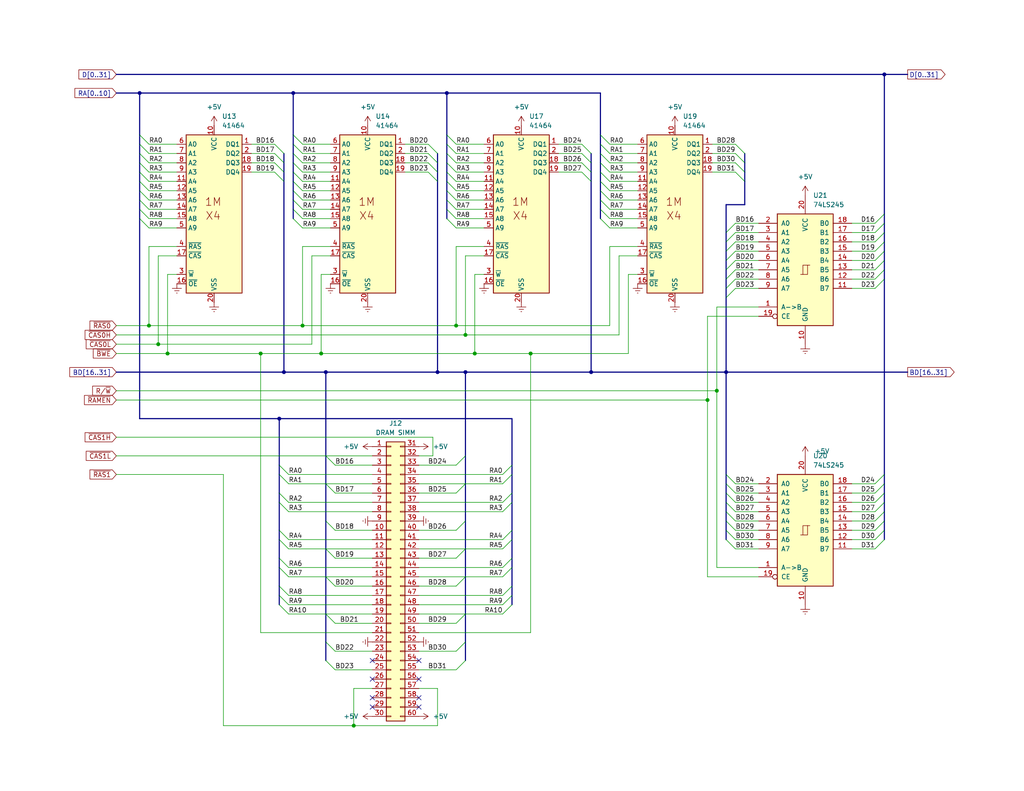
<source format=kicad_sch>
(kicad_sch (version 20250114) (generator "eeschema") (generator_version "9.0")
  (paper "USLetter")
  (title_block (title "Macintosh Classic II") (date "2025-05-25") (company "Apple Computer") (comment 1 "drawn by Bradley Bell"))
  (lib_symbols
    (symbol "74xx:74LS245" (pin_names (offset 1.016))
      (property "Reference" "U" (at -7.62 16.51 0))
      (property "Value" "74LS245" (at -7.62 -16.51 0))
      (symbol "74LS245_1_0"
        (pin tri_state line (at -12.7 12.7 0) (length 5.08) (name "A0") (number "2"))
        (pin tri_state line (at -12.7 10.16 0) (length 5.08) (name "A1") (number "3"))
        (pin tri_state line (at -12.7 7.62 0) (length 5.08) (name "A2") (number "4"))
        (pin tri_state line (at -12.7 5.08 0) (length 5.08) (name "A3") (number "5"))
        (pin tri_state line (at -12.7 2.54 0) (length 5.08) (name "A4") (number "6"))
        (pin tri_state line (at -12.7 0 0) (length 5.08) (name "A5") (number "7"))
        (pin tri_state line (at -12.7 -2.54 0) (length 5.08) (name "A6") (number "8"))
        (pin tri_state line (at -12.7 -5.08 0) (length 5.08) (name "A7") (number "9"))
        (pin input line (at -12.7 -10.16 0) (length 5.08) (name "A->B") (number "1"))
        (pin input inverted (at -12.7 -12.7 0) (length 5.08) (name "CE") (number "19"))
        (pin power_in line (at 0 20.32 270) (length 5.08) (name "VCC") (number "20"))
        (pin power_in line (at 0 -20.32 90) (length 5.08) (name "GND") (number "10"))
        (pin tri_state line (at 12.7 12.7 180) (length 5.08) (name "B0") (number "18"))
        (pin tri_state line (at 12.7 10.16 180) (length 5.08) (name "B1") (number "17"))
        (pin tri_state line (at 12.7 7.62 180) (length 5.08) (name "B2") (number "16"))
        (pin tri_state line (at 12.7 5.08 180) (length 5.08) (name "B3") (number "15"))
        (pin tri_state line (at 12.7 2.54 180) (length 5.08) (name "B4") (number "14"))
        (pin tri_state line (at 12.7 0 180) (length 5.08) (name "B5") (number "13"))
        (pin tri_state line (at 12.7 -2.54 180) (length 5.08) (name "B6") (number "12"))
        (pin tri_state line (at 12.7 -5.08 180) (length 5.08) (name "B7") (number "11"))
      )
    )
    (symbol "Connector_Generic:Conn_02x30_Top_Bottom" (pin_names (offset 1.016) (hide yes))
      (property "Reference" "J" (at 1.27 38.1 0))
      (property "Value" "Conn_02x30_Top_Bottom" (at 1.27 -40.64 0))
      (symbol "Conn_02x30_Top_Bottom_1_1"
        (pin passive line (at -5.08 35.56 0) (length 3.81) (name "Pin_1") (number "1"))
        (pin passive line (at -5.08 33.02 0) (length 3.81) (name "Pin_2") (number "2"))
        (pin passive line (at -5.08 30.48 0) (length 3.81) (name "Pin_3") (number "3"))
        (pin passive line (at -5.08 27.94 0) (length 3.81) (name "Pin_4") (number "4"))
        (pin passive line (at -5.08 25.4 0) (length 3.81) (name "Pin_5") (number "5"))
        (pin passive line (at -5.08 22.86 0) (length 3.81) (name "Pin_6") (number "6"))
        (pin passive line (at -5.08 20.32 0) (length 3.81) (name "Pin_7") (number "7"))
        (pin passive line (at -5.08 17.78 0) (length 3.81) (name "Pin_8") (number "8"))
        (pin passive line (at -5.08 15.24 0) (length 3.81) (name "Pin_9") (number "9"))
        (pin passive line (at -5.08 12.7 0) (length 3.81) (name "Pin_10") (number "10"))
        (pin passive line (at -5.08 10.16 0) (length 3.81) (name "Pin_11") (number "11"))
        (pin passive line (at -5.08 7.62 0) (length 3.81) (name "Pin_12") (number "12"))
        (pin passive line (at -5.08 5.08 0) (length 3.81) (name "Pin_13") (number "13"))
        (pin passive line (at -5.08 2.54 0) (length 3.81) (name "Pin_14") (number "14"))
        (pin passive line (at -5.08 0 0) (length 3.81) (name "Pin_15") (number "15"))
        (pin passive line (at -5.08 -2.54 0) (length 3.81) (name "Pin_16") (number "16"))
        (pin passive line (at -5.08 -5.08 0) (length 3.81) (name "Pin_17") (number "17"))
        (pin passive line (at -5.08 -7.62 0) (length 3.81) (name "Pin_18") (number "18"))
        (pin passive line (at -5.08 -10.16 0) (length 3.81) (name "Pin_19") (number "19"))
        (pin passive line (at -5.08 -12.7 0) (length 3.81) (name "Pin_20") (number "20"))
        (pin passive line (at -5.08 -15.24 0) (length 3.81) (name "Pin_21") (number "21"))
        (pin passive line (at -5.08 -17.78 0) (length 3.81) (name "Pin_22") (number "22"))
        (pin passive line (at -5.08 -20.32 0) (length 3.81) (name "Pin_23") (number "23"))
        (pin passive line (at -5.08 -22.86 0) (length 3.81) (name "Pin_24") (number "24"))
        (pin passive line (at -5.08 -25.4 0) (length 3.81) (name "Pin_25") (number "25"))
        (pin passive line (at -5.08 -27.94 0) (length 3.81) (name "Pin_26") (number "26"))
        (pin passive line (at -5.08 -30.48 0) (length 3.81) (name "Pin_27") (number "27"))
        (pin passive line (at -5.08 -33.02 0) (length 3.81) (name "Pin_28") (number "28"))
        (pin passive line (at -5.08 -35.56 0) (length 3.81) (name "Pin_29") (number "29"))
        (pin passive line (at -5.08 -38.1 0) (length 3.81) (name "Pin_30") (number "30"))
        (pin passive line (at 7.62 35.56 180) (length 3.81) (name "Pin_31") (number "31"))
        (pin passive line (at 7.62 33.02 180) (length 3.81) (name "Pin_32") (number "32"))
        (pin passive line (at 7.62 30.48 180) (length 3.81) (name "Pin_33") (number "33"))
        (pin passive line (at 7.62 27.94 180) (length 3.81) (name "Pin_34") (number "34"))
        (pin passive line (at 7.62 25.4 180) (length 3.81) (name "Pin_35") (number "35"))
        (pin passive line (at 7.62 22.86 180) (length 3.81) (name "Pin_36") (number "36"))
        (pin passive line (at 7.62 20.32 180) (length 3.81) (name "Pin_37") (number "37"))
        (pin passive line (at 7.62 17.78 180) (length 3.81) (name "Pin_38") (number "38"))
        (pin passive line (at 7.62 15.24 180) (length 3.81) (name "Pin_39") (number "39"))
        (pin passive line (at 7.62 12.7 180) (length 3.81) (name "Pin_40") (number "40"))
        (pin passive line (at 7.62 10.16 180) (length 3.81) (name "Pin_41") (number "41"))
        (pin passive line (at 7.62 7.62 180) (length 3.81) (name "Pin_42") (number "42"))
        (pin passive line (at 7.62 5.08 180) (length 3.81) (name "Pin_43") (number "43"))
        (pin passive line (at 7.62 2.54 180) (length 3.81) (name "Pin_44") (number "44"))
        (pin passive line (at 7.62 0 180) (length 3.81) (name "Pin_45") (number "45"))
        (pin passive line (at 7.62 -2.54 180) (length 3.81) (name "Pin_46") (number "46"))
        (pin passive line (at 7.62 -5.08 180) (length 3.81) (name "Pin_47") (number "47"))
        (pin passive line (at 7.62 -7.62 180) (length 3.81) (name "Pin_48") (number "48"))
        (pin passive line (at 7.62 -10.16 180) (length 3.81) (name "Pin_49") (number "49"))
        (pin passive line (at 7.62 -12.7 180) (length 3.81) (name "Pin_50") (number "50"))
        (pin passive line (at 7.62 -15.24 180) (length 3.81) (name "Pin_51") (number "51"))
        (pin passive line (at 7.62 -17.78 180) (length 3.81) (name "Pin_52") (number "52"))
        (pin passive line (at 7.62 -20.32 180) (length 3.81) (name "Pin_53") (number "53"))
        (pin passive line (at 7.62 -22.86 180) (length 3.81) (name "Pin_54") (number "54"))
        (pin passive line (at 7.62 -25.4 180) (length 3.81) (name "Pin_55") (number "55"))
        (pin passive line (at 7.62 -27.94 180) (length 3.81) (name "Pin_56") (number "56"))
        (pin passive line (at 7.62 -30.48 180) (length 3.81) (name "Pin_57") (number "57"))
        (pin passive line (at 7.62 -33.02 180) (length 3.81) (name "Pin_58") (number "58"))
        (pin passive line (at 7.62 -35.56 180) (length 3.81) (name "Pin_59") (number "59"))
        (pin passive line (at 7.62 -38.1 180) (length 3.81) (name "Pin_60") (number "60"))
      )
    )
    (symbol "MyRam:441000"
      (property "Reference" "U?" (at 1.27 26.924 0))
      (property "Value" "41464" (at 1.27 24.384 0))
      (symbol "441000_1_0"
        (pin input line (at -10.16 -7.62 0) (length 2.54) (name "~{RAS}") (number "4"))
        (pin input line (at -10.16 -10.16 0) (length 2.54) (name "~{CAS}") (number "17"))
      )
      (symbol "441000_1_1"
        (text "1M" (at -0.254 5.842 0) (effects (font (size 2.1336 2.1336)) (justify top)))
        (text "X4" (at -0.254 2.032 0) (effects (font (size 2.1336 2.1336)) (justify top)))
        (pin input line (at -10.16 20.32 0) (length 2.54) (name "A0") (number "6"))
        (pin input line (at -10.16 17.78 0) (length 2.54) (name "A1") (number "7"))
        (pin input line (at -10.16 15.24 0) (length 2.54) (name "A2") (number "8"))
        (pin input line (at -10.16 12.7 0) (length 2.54) (name "A3") (number "9"))
        (pin input line (at -10.16 10.16 0) (length 2.54) (name "A4") (number "11"))
        (pin input line (at -10.16 7.62 0) (length 2.54) (name "A5") (number "12"))
        (pin input line (at -10.16 5.08 0) (length 2.54) (name "A6") (number "13"))
        (pin input line (at -10.16 2.54 0) (length 2.54) (name "A7") (number "14"))
        (pin input line (at -10.16 0 0) (length 2.54) (name "A8") (number "15"))
        (pin input line (at -10.16 -2.54 0) (length 2.54) (name "A9") (number "5"))
        (pin input line (at -10.16 -15.24 0) (length 2.54) (name "~{W}") (number "3"))
        (pin input line (at -10.16 -17.78 0) (length 2.54) (name "~{OE}") (number "16"))
        (pin power_in line (at 0 25.4 270) (length 2.54) (name "VCC") (number "10"))
        (pin power_in line (at 0 -22.86 90) (length 2.54) (name "VSS") (number "20"))
        (pin bidirectional line (at 10.16 20.32 180) (length 2.54) (name "DQ1") (number "1"))
        (pin bidirectional line (at 10.16 17.78 180) (length 2.54) (name "DQ2") (number "2"))
        (pin bidirectional line (at 10.16 15.24 180) (length 2.54) (name "DQ3") (number "18"))
        (pin bidirectional line (at 10.16 12.7 180) (length 2.54) (name "DQ4") (number "19"))
      )
    )
    (symbol "power:+5V" (power) (pin_numbers (hide yes)) (pin_names (offset 0) (hide yes))
      (property "Value" "+5V" (at 0 3.556 0))
      (symbol "+5V_1_1"
        (pin power_in line (at 0 0 90) (length 0) (name "~") (number "1"))
      )
    )
    (symbol "power:GNDREF" (power) (pin_numbers (hide yes)) (pin_names (offset 0) (hide yes))
      (property "Value" "GNDREF" (at 0 -3.81 0))
      (symbol "GNDREF_1_1"
        (pin power_in line (at 0 0 270) (length 0) (name "~") (number "1"))
      )
    )
  )
  (junction (at 43.18 93.98))
  (junction (at 241.3 20.32))
  (junction (at 96.52 198.12))
  (junction (at 38.1 25.4))
  (junction (at 127 91.44))
  (junction (at 198.12 101.6))
  (junction (at 161.29 101.6))
  (junction (at 88.9 101.6))
  (junction (at 82.55 88.9))
  (junction (at 71.12 96.52))
  (junction (at 76.2 114.3))
  (junction (at 119.38 101.6))
  (junction (at 45.72 96.52))
  (junction (at 144.78 96.52))
  (junction (at 80.01 25.4))
  (junction (at 195.58 106.68))
  (junction (at 129.54 96.52))
  (junction (at 87.63 96.52))
  (junction (at 127 101.6))
  (junction (at 124.46 88.9))
  (junction (at 193.04 109.22))
  (junction (at 121.92 25.4))
  (junction (at 77.47 101.6))
  (junction (at 40.64 88.9))
  (no_connect (at 101.6 180.34))
  (no_connect (at 101.6 185.42))
  (no_connect (at 114.3 190.5))
  (no_connect (at 114.3 193.04))
  (no_connect (at 114.3 180.34))
  (no_connect (at 101.6 193.04))
  (no_connect (at 114.3 185.42))
  (no_connect (at 101.6 190.5))
  (bus_entry (at 76.2 147.32) (size 2.54 2.54))
  (bus_entry (at 137.16 149.86) (size 2.54 -2.54))
  (bus_entry (at 74.93 46.99) (size 2.54 2.54))
  (bus_entry (at 163.83 39.37) (size 2.54 2.54))
  (bus_entry (at 200.66 71.12) (size -2.54 2.54))
  (bus_entry (at 238.76 142.24) (size 2.54 -2.54))
  (bus_entry (at 80.01 57.15) (size 2.54 2.54))
  (bus_entry (at 200.66 46.99) (size 2.54 2.54))
  (bus_entry (at 80.01 54.61) (size 2.54 2.54))
  (bus_entry (at 137.16 157.48) (size 2.54 -2.54))
  (bus_entry (at 200.66 134.62) (size -2.54 -2.54))
  (bus_entry (at 80.01 39.37) (size 2.54 2.54))
  (bus_entry (at 38.1 59.69) (size 2.54 2.54))
  (bus_entry (at 124.46 170.18) (size 2.54 -2.54))
  (bus_entry (at 137.16 147.32) (size 2.54 -2.54))
  (bus_entry (at 121.92 54.61) (size 2.54 2.54))
  (bus_entry (at 124.46 177.8) (size 2.54 -2.54))
  (bus_entry (at 137.16 165.1) (size 2.54 -2.54))
  (bus_entry (at 116.84 41.91) (size 2.54 2.54))
  (bus_entry (at 238.76 60.96) (size 2.54 -2.54))
  (bus_entry (at 38.1 44.45) (size 2.54 2.54))
  (bus_entry (at 76.2 152.4) (size 2.54 2.54))
  (bus_entry (at 200.66 73.66) (size -2.54 2.54))
  (bus_entry (at 88.9 149.86) (size 2.54 2.54))
  (bus_entry (at 137.16 162.56) (size 2.54 -2.54))
  (bus_entry (at 238.76 76.2) (size 2.54 -2.54))
  (bus_entry (at 238.76 66.04) (size 2.54 -2.54))
  (bus_entry (at 163.83 41.91) (size 2.54 2.54))
  (bus_entry (at 238.76 137.16) (size 2.54 -2.54))
  (bus_entry (at 121.92 57.15) (size 2.54 2.54))
  (bus_entry (at 76.2 134.62) (size 2.54 2.54))
  (bus_entry (at 238.76 73.66) (size 2.54 -2.54))
  (bus_entry (at 38.1 52.07) (size 2.54 2.54))
  (bus_entry (at 121.92 49.53) (size 2.54 2.54))
  (bus_entry (at 38.1 49.53) (size 2.54 2.54))
  (bus_entry (at 121.92 41.91) (size 2.54 2.54))
  (bus_entry (at 163.83 36.83) (size 2.54 2.54))
  (bus_entry (at 163.83 46.99) (size 2.54 2.54))
  (bus_entry (at 124.46 134.62) (size 2.54 -2.54))
  (bus_entry (at 163.83 49.53) (size 2.54 2.54))
  (bus_entry (at 238.76 68.58) (size 2.54 -2.54))
  (bus_entry (at 38.1 46.99) (size 2.54 2.54))
  (bus_entry (at 200.66 139.7) (size -2.54 -2.54))
  (bus_entry (at 38.1 54.61) (size 2.54 2.54))
  (bus_entry (at 80.01 46.99) (size 2.54 2.54))
  (bus_entry (at 74.93 39.37) (size 2.54 2.54))
  (bus_entry (at 124.46 182.88) (size 2.54 -2.54))
  (bus_entry (at 137.16 154.94) (size 2.54 -2.54))
  (bus_entry (at 116.84 39.37) (size 2.54 2.54))
  (bus_entry (at 88.9 124.46) (size 2.54 2.54))
  (bus_entry (at 80.01 36.83) (size 2.54 2.54))
  (bus_entry (at 158.75 41.91) (size 2.54 2.54))
  (bus_entry (at 121.92 59.69) (size 2.54 2.54))
  (bus_entry (at 137.16 167.64) (size 2.54 -2.54))
  (bus_entry (at 163.83 52.07) (size 2.54 2.54))
  (bus_entry (at 116.84 46.99) (size 2.54 2.54))
  (bus_entry (at 80.01 41.91) (size 2.54 2.54))
  (bus_entry (at 121.92 52.07) (size 2.54 2.54))
  (bus_entry (at 238.76 132.08) (size 2.54 -2.54))
  (bus_entry (at 80.01 59.69) (size 2.54 2.54))
  (bus_entry (at 200.66 142.24) (size -2.54 -2.54))
  (bus_entry (at 116.84 44.45) (size 2.54 2.54))
  (bus_entry (at 88.9 175.26) (size 2.54 2.54))
  (bus_entry (at 88.9 142.24) (size 2.54 2.54))
  (bus_entry (at 88.9 180.34) (size 2.54 2.54))
  (bus_entry (at 200.66 149.86) (size -2.54 -2.54))
  (bus_entry (at 200.66 41.91) (size 2.54 2.54))
  (bus_entry (at 200.66 137.16) (size -2.54 -2.54))
  (bus_entry (at 238.76 144.78) (size 2.54 -2.54))
  (bus_entry (at 200.66 39.37) (size 2.54 2.54))
  (bus_entry (at 163.83 54.61) (size 2.54 2.54))
  (bus_entry (at 238.76 78.74) (size 2.54 -2.54))
  (bus_entry (at 200.66 78.74) (size -2.54 2.54))
  (bus_entry (at 200.66 147.32) (size -2.54 -2.54))
  (bus_entry (at 76.2 165.1) (size 2.54 2.54))
  (bus_entry (at 238.76 139.7) (size 2.54 -2.54))
  (bus_entry (at 124.46 144.78) (size 2.54 -2.54))
  (bus_entry (at 163.83 59.69) (size 2.54 2.54))
  (bus_entry (at 124.46 160.02) (size 2.54 -2.54))
  (bus_entry (at 80.01 52.07) (size 2.54 2.54))
  (bus_entry (at 163.83 57.15) (size 2.54 2.54))
  (bus_entry (at 80.01 44.45) (size 2.54 2.54))
  (bus_entry (at 200.66 132.08) (size -2.54 -2.54))
  (bus_entry (at 74.93 41.91) (size 2.54 2.54))
  (bus_entry (at 121.92 46.99) (size 2.54 2.54))
  (bus_entry (at 238.76 71.12) (size 2.54 -2.54))
  (bus_entry (at 76.2 160.02) (size 2.54 2.54))
  (bus_entry (at 124.46 127) (size 2.54 -2.54))
  (bus_entry (at 200.66 44.45) (size 2.54 2.54))
  (bus_entry (at 238.76 63.5) (size 2.54 -2.54))
  (bus_entry (at 76.2 162.56) (size 2.54 2.54))
  (bus_entry (at 121.92 36.83) (size 2.54 2.54))
  (bus_entry (at 200.66 68.58) (size -2.54 2.54))
  (bus_entry (at 158.75 44.45) (size 2.54 2.54))
  (bus_entry (at 158.75 46.99) (size 2.54 2.54))
  (bus_entry (at 76.2 144.78) (size 2.54 2.54))
  (bus_entry (at 137.16 129.54) (size 2.54 -2.54))
  (bus_entry (at 76.2 129.54) (size 2.54 2.54))
  (bus_entry (at 158.75 39.37) (size 2.54 2.54))
  (bus_entry (at 38.1 36.83) (size 2.54 2.54))
  (bus_entry (at 163.83 44.45) (size 2.54 2.54))
  (bus_entry (at 238.76 149.86) (size 2.54 -2.54))
  (bus_entry (at 38.1 41.91) (size 2.54 2.54))
  (bus_entry (at 74.93 44.45) (size 2.54 2.54))
  (bus_entry (at 88.9 157.48) (size 2.54 2.54))
  (bus_entry (at 200.66 60.96) (size -2.54 2.54))
  (bus_entry (at 121.92 39.37) (size 2.54 2.54))
  (bus_entry (at 137.16 132.08) (size 2.54 -2.54))
  (bus_entry (at 124.46 152.4) (size 2.54 -2.54))
  (bus_entry (at 76.2 127) (size 2.54 2.54))
  (bus_entry (at 200.66 66.04) (size -2.54 2.54))
  (bus_entry (at 200.66 76.2) (size -2.54 2.54))
  (bus_entry (at 38.1 57.15) (size 2.54 2.54))
  (bus_entry (at 38.1 39.37) (size 2.54 2.54))
  (bus_entry (at 238.76 147.32) (size 2.54 -2.54))
  (bus_entry (at 88.9 167.64) (size 2.54 2.54))
  (bus_entry (at 137.16 137.16) (size 2.54 -2.54))
  (bus_entry (at 80.01 49.53) (size 2.54 2.54))
  (bus_entry (at 200.66 63.5) (size -2.54 2.54))
  (bus_entry (at 76.2 137.16) (size 2.54 2.54))
  (bus_entry (at 238.76 134.62) (size 2.54 -2.54))
  (bus_entry (at 88.9 132.08) (size 2.54 2.54))
  (bus_entry (at 121.92 44.45) (size 2.54 2.54))
  (bus_entry (at 76.2 154.94) (size 2.54 2.54))
  (bus_entry (at 200.66 144.78) (size -2.54 -2.54))
  (bus_entry (at 137.16 139.7) (size 2.54 -2.54))
  (wire (pts (xy 132.08 67.31) (xy 124.46 67.31)))
  (bus (pts (xy 198.12 101.6) (xy 198.12 129.54)))
  (wire (pts (xy 114.3 132.08) (xy 127 132.08)))
  (bus (pts (xy 38.1 57.15) (xy 38.1 54.61)))
  (bus (pts (xy 198.12 81.28) (xy 198.12 78.74)))
  (bus (pts (xy 38.1 25.4) (xy 80.01 25.4)))
  (wire (pts (xy 166.37 44.45) (xy 173.99 44.45)))
  (wire (pts (xy 91.44 177.8) (xy 101.6 177.8)))
  (wire (pts (xy 232.41 147.32) (xy 238.76 147.32)))
  (bus (pts (xy 198.12 134.62) (xy 198.12 137.16)))
  (bus (pts (xy 119.38 101.6) (xy 127 101.6)))
  (bus (pts (xy 127 180.34) (xy 127 175.26)))
  (wire (pts (xy 171.45 74.93) (xy 173.99 74.93)))
  (wire (pts (xy 137.16 149.86) (xy 127 149.86)))
  (bus (pts (xy 161.29 49.53) (xy 161.29 101.6)))
  (wire (pts (xy 74.93 41.91) (xy 68.58 41.91)))
  (wire (pts (xy 87.63 74.93) (xy 90.17 74.93)))
  (wire (pts (xy 207.01 83.82) (xy 195.58 83.82)))
  (bus (pts (xy 38.1 46.99) (xy 38.1 44.45)))
  (wire (pts (xy 232.41 76.2) (xy 238.76 76.2)))
  (bus (pts (xy 161.29 44.45) (xy 161.29 41.91)))
  (wire (pts (xy 40.64 39.37) (xy 48.26 39.37)))
  (wire (pts (xy 78.74 165.1) (xy 101.6 165.1)))
  (bus (pts (xy 31.75 20.32) (xy 241.3 20.32)))
  (bus (pts (xy 76.2 165.1) (xy 76.2 162.56)))
  (bus (pts (xy 198.12 132.08) (xy 198.12 134.62)))
  (bus (pts (xy 76.2 144.78) (xy 76.2 137.16)))
  (bus (pts (xy 77.47 101.6) (xy 88.9 101.6)))
  (bus (pts (xy 163.83 36.83) (xy 163.83 25.4)))
  (wire (pts (xy 168.91 91.44) (xy 127 91.44)))
  (wire (pts (xy 200.66 66.04) (xy 207.01 66.04)))
  (bus (pts (xy 139.7 137.16) (xy 139.7 144.78)))
  (wire (pts (xy 91.44 134.62) (xy 101.6 134.62)))
  (wire (pts (xy 74.93 44.45) (xy 68.58 44.45)))
  (wire (pts (xy 166.37 88.9) (xy 124.46 88.9)))
  (wire (pts (xy 78.74 162.56) (xy 101.6 162.56)))
  (wire (pts (xy 171.45 74.93) (xy 171.45 96.52)))
  (bus (pts (xy 198.12 76.2) (xy 198.12 73.66)))
  (wire (pts (xy 124.46 52.07) (xy 132.08 52.07)))
  (wire (pts (xy 200.66 142.24) (xy 207.01 142.24)))
  (wire (pts (xy 96.52 187.96) (xy 96.52 198.12)))
  (bus (pts (xy 163.83 49.53) (xy 163.83 46.99)))
  (bus (pts (xy 121.92 57.15) (xy 121.92 54.61)))
  (wire (pts (xy 200.66 144.78) (xy 207.01 144.78)))
  (bus (pts (xy 241.3 66.04) (xy 241.3 63.5)))
  (bus (pts (xy 139.7 152.4) (xy 139.7 154.94)))
  (wire (pts (xy 114.3 187.96) (xy 119.38 187.96)))
  (wire (pts (xy 166.37 46.99) (xy 173.99 46.99)))
  (wire (pts (xy 91.44 170.18) (xy 101.6 170.18)))
  (wire (pts (xy 137.16 157.48) (xy 127 157.48)))
  (wire (pts (xy 85.09 69.85) (xy 85.09 93.98)))
  (bus (pts (xy 241.3 142.24) (xy 241.3 139.7)))
  (wire (pts (xy 166.37 39.37) (xy 173.99 39.37)))
  (bus (pts (xy 88.9 157.48) (xy 88.9 167.64)))
  (wire (pts (xy 114.3 127) (xy 124.46 127)))
  (wire (pts (xy 78.74 167.64) (xy 88.9 167.64)))
  (bus (pts (xy 88.9 132.08) (xy 88.9 142.24)))
  (wire (pts (xy 88.9 167.64) (xy 101.6 167.64)))
  (bus (pts (xy 127 142.24) (xy 127 149.86)))
  (bus (pts (xy 241.3 63.5) (xy 241.3 60.96)))
  (wire (pts (xy 91.44 160.02) (xy 101.6 160.02)))
  (bus (pts (xy 198.12 66.04) (xy 198.12 68.58)))
  (wire (pts (xy 82.55 67.31) (xy 82.55 88.9)))
  (bus (pts (xy 139.7 114.3) (xy 139.7 127)))
  (wire (pts (xy 91.44 182.88) (xy 101.6 182.88)))
  (bus (pts (xy 88.9 101.6) (xy 119.38 101.6)))
  (wire (pts (xy 173.99 67.31) (xy 166.37 67.31)))
  (wire (pts (xy 166.37 67.31) (xy 166.37 88.9)))
  (bus (pts (xy 77.47 49.53) (xy 77.47 101.6)))
  (wire (pts (xy 82.55 44.45) (xy 90.17 44.45)))
  (wire (pts (xy 78.74 132.08) (xy 88.9 132.08)))
  (bus (pts (xy 198.12 55.88) (xy 198.12 63.5)))
  (bus (pts (xy 80.01 46.99) (xy 80.01 44.45)))
  (wire (pts (xy 114.3 177.8) (xy 124.46 177.8)))
  (bus (pts (xy 127 157.48) (xy 127 167.64)))
  (bus (pts (xy 88.9 149.86) (xy 88.9 157.48)))
  (bus (pts (xy 198.12 144.78) (xy 198.12 147.32)))
  (wire (pts (xy 124.46 39.37) (xy 132.08 39.37)))
  (wire (pts (xy 31.75 88.9) (xy 40.64 88.9)))
  (wire (pts (xy 200.66 149.86) (xy 207.01 149.86)))
  (bus (pts (xy 38.1 49.53) (xy 38.1 46.99)))
  (bus (pts (xy 76.2 134.62) (xy 76.2 129.54)))
  (bus (pts (xy 38.1 59.69) (xy 38.1 114.3)))
  (wire (pts (xy 78.74 149.86) (xy 88.9 149.86)))
  (bus (pts (xy 139.7 162.56) (xy 139.7 165.1)))
  (wire (pts (xy 40.64 88.9) (xy 82.55 88.9)))
  (bus (pts (xy 38.1 54.61) (xy 38.1 52.07)))
  (wire (pts (xy 31.75 93.98) (xy 43.18 93.98)))
  (bus (pts (xy 76.2 154.94) (xy 76.2 152.4)))
  (wire (pts (xy 114.3 152.4) (xy 124.46 152.4)))
  (wire (pts (xy 137.16 132.08) (xy 127 132.08)))
  (bus (pts (xy 241.3 137.16) (xy 241.3 134.62)))
  (wire (pts (xy 124.46 41.91) (xy 132.08 41.91)))
  (bus (pts (xy 198.12 78.74) (xy 198.12 76.2)))
  (bus (pts (xy 38.1 52.07) (xy 38.1 49.53)))
  (wire (pts (xy 40.64 57.15) (xy 48.26 57.15)))
  (wire (pts (xy 193.04 86.36) (xy 193.04 109.22)))
  (bus (pts (xy 139.7 134.62) (xy 139.7 137.16)))
  (wire (pts (xy 195.58 106.68) (xy 31.75 106.68)))
  (wire (pts (xy 114.3 144.78) (xy 124.46 144.78)))
  (wire (pts (xy 124.46 46.99) (xy 132.08 46.99)))
  (wire (pts (xy 114.3 160.02) (xy 124.46 160.02)))
  (bus (pts (xy 121.92 52.07) (xy 121.92 49.53)))
  (bus (pts (xy 163.83 52.07) (xy 163.83 49.53)))
  (wire (pts (xy 114.3 134.62) (xy 124.46 134.62)))
  (wire (pts (xy 232.41 78.74) (xy 238.76 78.74)))
  (wire (pts (xy 158.75 44.45) (xy 152.4 44.45)))
  (wire (pts (xy 232.41 68.58) (xy 238.76 68.58)))
  (bus (pts (xy 76.2 129.54) (xy 76.2 127)))
  (bus (pts (xy 38.1 41.91) (xy 38.1 39.37)))
  (wire (pts (xy 114.3 162.56) (xy 137.16 162.56)))
  (wire (pts (xy 158.75 46.99) (xy 152.4 46.99)))
  (bus (pts (xy 198.12 101.6) (xy 198.12 81.28)))
  (bus (pts (xy 127 167.64) (xy 127 175.26)))
  (wire (pts (xy 166.37 49.53) (xy 173.99 49.53)))
  (wire (pts (xy 200.66 68.58) (xy 207.01 68.58)))
  (wire (pts (xy 119.38 187.96) (xy 119.38 198.12)))
  (wire (pts (xy 127 69.85) (xy 132.08 69.85)))
  (wire (pts (xy 31.75 124.46) (xy 88.9 124.46)))
  (wire (pts (xy 207.01 154.94) (xy 195.58 154.94)))
  (wire (pts (xy 40.64 44.45) (xy 48.26 44.45)))
  (wire (pts (xy 82.55 88.9) (xy 124.46 88.9)))
  (wire (pts (xy 82.55 67.31) (xy 90.17 67.31)))
  (wire (pts (xy 207.01 157.48) (xy 193.04 157.48)))
  (wire (pts (xy 200.66 71.12) (xy 207.01 71.12)))
  (bus (pts (xy 241.3 139.7) (xy 241.3 137.16)))
  (wire (pts (xy 127 167.64) (xy 137.16 167.64)))
  (wire (pts (xy 158.75 39.37) (xy 152.4 39.37)))
  (bus (pts (xy 139.7 129.54) (xy 139.7 134.62)))
  (bus (pts (xy 198.12 137.16) (xy 198.12 139.7)))
  (wire (pts (xy 118.11 119.38) (xy 118.11 124.46)))
  (bus (pts (xy 88.9 101.6) (xy 88.9 124.46)))
  (wire (pts (xy 116.84 41.91) (xy 110.49 41.91)))
  (bus (pts (xy 80.01 57.15) (xy 80.01 54.61)))
  (wire (pts (xy 200.66 63.5) (xy 207.01 63.5)))
  (bus (pts (xy 198.12 73.66) (xy 198.12 71.12)))
  (bus (pts (xy 76.2 137.16) (xy 76.2 134.62)))
  (wire (pts (xy 158.75 41.91) (xy 152.4 41.91)))
  (wire (pts (xy 87.63 74.93) (xy 87.63 96.52)))
  (wire (pts (xy 45.72 74.93) (xy 45.72 96.52)))
  (wire (pts (xy 200.66 73.66) (xy 207.01 73.66)))
  (wire (pts (xy 114.3 165.1) (xy 137.16 165.1)))
  (bus (pts (xy 127 149.86) (xy 127 157.48)))
  (bus (pts (xy 80.01 52.07) (xy 80.01 49.53)))
  (bus (pts (xy 31.75 101.6) (xy 77.47 101.6)))
  (bus (pts (xy 241.3 132.08) (xy 241.3 129.54)))
  (bus (pts (xy 80.01 49.53) (xy 80.01 46.99)))
  (wire (pts (xy 78.74 154.94) (xy 101.6 154.94)))
  (bus (pts (xy 203.2 55.88) (xy 203.2 49.53)))
  (wire (pts (xy 200.66 41.91) (xy 194.31 41.91)))
  (bus (pts (xy 77.47 49.53) (xy 77.47 46.99)))
  (wire (pts (xy 124.46 67.31) (xy 124.46 88.9)))
  (bus (pts (xy 88.9 142.24) (xy 88.9 149.86)))
  (wire (pts (xy 71.12 96.52) (xy 71.12 172.72)))
  (wire (pts (xy 166.37 52.07) (xy 173.99 52.07)))
  (wire (pts (xy 114.3 170.18) (xy 124.46 170.18)))
  (wire (pts (xy 85.09 69.85) (xy 90.17 69.85)))
  (wire (pts (xy 232.41 137.16) (xy 238.76 137.16)))
  (wire (pts (xy 195.58 106.68) (xy 195.58 154.94)))
  (wire (pts (xy 144.78 96.52) (xy 144.78 172.72)))
  (wire (pts (xy 232.41 139.7) (xy 238.76 139.7)))
  (wire (pts (xy 232.41 132.08) (xy 238.76 132.08)))
  (wire (pts (xy 40.64 52.07) (xy 48.26 52.07)))
  (wire (pts (xy 40.64 54.61) (xy 48.26 54.61)))
  (wire (pts (xy 43.18 69.85) (xy 48.26 69.85)))
  (wire (pts (xy 232.41 144.78) (xy 238.76 144.78)))
  (wire (pts (xy 166.37 62.23) (xy 173.99 62.23)))
  (wire (pts (xy 200.66 60.96) (xy 207.01 60.96)))
  (bus (pts (xy 163.83 57.15) (xy 163.83 54.61)))
  (wire (pts (xy 118.11 124.46) (xy 114.3 124.46)))
  (wire (pts (xy 45.72 96.52) (xy 71.12 96.52)))
  (wire (pts (xy 31.75 129.54) (xy 60.96 129.54)))
  (wire (pts (xy 78.74 157.48) (xy 88.9 157.48)))
  (wire (pts (xy 200.66 147.32) (xy 207.01 147.32)))
  (bus (pts (xy 121.92 41.91) (xy 121.92 39.37)))
  (bus (pts (xy 38.1 39.37) (xy 38.1 36.83)))
  (bus (pts (xy 121.92 46.99) (xy 121.92 44.45)))
  (wire (pts (xy 82.55 54.61) (xy 90.17 54.61)))
  (bus (pts (xy 241.3 60.96) (xy 241.3 58.42)))
  (bus (pts (xy 241.3 68.58) (xy 241.3 66.04)))
  (bus (pts (xy 80.01 44.45) (xy 80.01 41.91)))
  (wire (pts (xy 166.37 41.91) (xy 173.99 41.91)))
  (bus (pts (xy 38.1 25.4) (xy 31.75 25.4)))
  (wire (pts (xy 31.75 96.52) (xy 45.72 96.52)))
  (wire (pts (xy 200.66 139.7) (xy 207.01 139.7)))
  (wire (pts (xy 200.66 134.62) (xy 207.01 134.62)))
  (bus (pts (xy 139.7 127) (xy 139.7 129.54)))
  (bus (pts (xy 203.2 44.45) (xy 203.2 46.99)))
  (wire (pts (xy 31.75 119.38) (xy 118.11 119.38)))
  (bus (pts (xy 127 132.08) (xy 127 142.24)))
  (wire (pts (xy 96.52 187.96) (xy 101.6 187.96)))
  (wire (pts (xy 114.3 147.32) (xy 137.16 147.32)))
  (bus (pts (xy 198.12 139.7) (xy 198.12 142.24)))
  (wire (pts (xy 31.75 109.22) (xy 193.04 109.22)))
  (bus (pts (xy 80.01 54.61) (xy 80.01 52.07)))
  (wire (pts (xy 129.54 74.93) (xy 129.54 96.52)))
  (bus (pts (xy 38.1 36.83) (xy 38.1 25.4)))
  (bus (pts (xy 139.7 147.32) (xy 139.7 152.4)))
  (wire (pts (xy 200.66 46.99) (xy 194.31 46.99)))
  (wire (pts (xy 114.3 167.64) (xy 127 167.64)))
  (bus (pts (xy 121.92 59.69) (xy 121.92 57.15)))
  (bus (pts (xy 80.01 41.91) (xy 80.01 39.37)))
  (wire (pts (xy 78.74 147.32) (xy 101.6 147.32)))
  (wire (pts (xy 82.55 39.37) (xy 90.17 39.37)))
  (bus (pts (xy 198.12 142.24) (xy 198.12 144.78)))
  (wire (pts (xy 200.66 78.74) (xy 207.01 78.74)))
  (bus (pts (xy 121.92 25.4) (xy 163.83 25.4)))
  (wire (pts (xy 40.64 41.91) (xy 48.26 41.91)))
  (bus (pts (xy 88.9 167.64) (xy 88.9 175.26)))
  (bus (pts (xy 119.38 46.99) (xy 119.38 44.45)))
  (bus (pts (xy 241.3 134.62) (xy 241.3 132.08)))
  (wire (pts (xy 124.46 44.45) (xy 132.08 44.45)))
  (bus (pts (xy 119.38 49.53) (xy 119.38 101.6)))
  (wire (pts (xy 40.64 67.31) (xy 40.64 88.9)))
  (bus (pts (xy 119.38 44.45) (xy 119.38 41.91)))
  (wire (pts (xy 82.55 41.91) (xy 90.17 41.91)))
  (bus (pts (xy 241.3 20.32) (xy 241.3 58.42)))
  (bus (pts (xy 76.2 162.56) (xy 76.2 160.02)))
  (wire (pts (xy 40.64 46.99) (xy 48.26 46.99)))
  (wire (pts (xy 124.46 49.53) (xy 132.08 49.53)))
  (wire (pts (xy 82.55 57.15) (xy 90.17 57.15)))
  (wire (pts (xy 144.78 96.52) (xy 129.54 96.52)))
  (wire (pts (xy 91.44 127) (xy 101.6 127)))
  (bus (pts (xy 163.83 41.91) (xy 163.83 39.37)))
  (bus (pts (xy 121.92 36.83) (xy 121.92 25.4)))
  (wire (pts (xy 200.66 132.08) (xy 207.01 132.08)))
  (wire (pts (xy 114.3 157.48) (xy 127 157.48)))
  (bus (pts (xy 241.3 71.12) (xy 241.3 68.58)))
  (bus (pts (xy 119.38 49.53) (xy 119.38 46.99)))
  (wire (pts (xy 124.46 59.69) (xy 132.08 59.69)))
  (wire (pts (xy 116.84 39.37) (xy 110.49 39.37)))
  (bus (pts (xy 121.92 54.61) (xy 121.92 52.07)))
  (bus (pts (xy 139.7 144.78) (xy 139.7 147.32)))
  (wire (pts (xy 43.18 93.98) (xy 43.18 69.85)))
  (wire (pts (xy 168.91 69.85) (xy 168.91 91.44)))
  (bus (pts (xy 198.12 55.88) (xy 203.2 55.88)))
  (wire (pts (xy 166.37 57.15) (xy 173.99 57.15)))
  (wire (pts (xy 78.74 139.7) (xy 101.6 139.7)))
  (wire (pts (xy 124.46 54.61) (xy 132.08 54.61)))
  (wire (pts (xy 232.41 73.66) (xy 238.76 73.66)))
  (wire (pts (xy 193.04 86.36) (xy 207.01 86.36)))
  (bus (pts (xy 198.12 129.54) (xy 198.12 132.08)))
  (bus (pts (xy 198.12 66.04) (xy 198.12 63.5)))
  (wire (pts (xy 129.54 74.93) (xy 132.08 74.93)))
  (wire (pts (xy 144.78 96.52) (xy 171.45 96.52)))
  (wire (pts (xy 232.41 63.5) (xy 238.76 63.5)))
  (bus (pts (xy 76.2 127) (xy 76.2 114.3)))
  (bus (pts (xy 161.29 49.53) (xy 161.29 46.99)))
  (wire (pts (xy 127 69.85) (xy 127 91.44)))
  (wire (pts (xy 88.9 124.46) (xy 101.6 124.46)))
  (bus (pts (xy 77.47 46.99) (xy 77.47 44.45)))
  (wire (pts (xy 82.55 59.69) (xy 90.17 59.69)))
  (wire (pts (xy 114.3 129.54) (xy 137.16 129.54)))
  (bus (pts (xy 121.92 49.53) (xy 121.92 46.99)))
  (wire (pts (xy 82.55 52.07) (xy 90.17 52.07)))
  (bus (pts (xy 80.01 59.69) (xy 80.01 57.15)))
  (bus (pts (xy 76.2 160.02) (xy 76.2 154.94)))
  (wire (pts (xy 200.66 76.2) (xy 207.01 76.2)))
  (bus (pts (xy 88.9 124.46) (xy 88.9 132.08)))
  (bus (pts (xy 163.83 59.69) (xy 163.83 57.15)))
  (wire (pts (xy 60.96 129.54) (xy 60.96 198.12)))
  (bus (pts (xy 88.9 180.34) (xy 88.9 175.26)))
  (wire (pts (xy 124.46 57.15) (xy 132.08 57.15)))
  (bus (pts (xy 203.2 44.45) (xy 203.2 41.91)))
  (wire (pts (xy 114.3 182.88) (xy 124.46 182.88)))
  (wire (pts (xy 116.84 46.99) (xy 110.49 46.99)))
  (wire (pts (xy 91.44 152.4) (xy 101.6 152.4)))
  (bus (pts (xy 139.7 160.02) (xy 139.7 162.56)))
  (wire (pts (xy 71.12 172.72) (xy 101.6 172.72)))
  (wire (pts (xy 82.55 49.53) (xy 90.17 49.53)))
  (bus (pts (xy 241.3 144.78) (xy 241.3 142.24)))
  (bus (pts (xy 127 124.46) (xy 127 132.08)))
  (wire (pts (xy 74.93 46.99) (xy 68.58 46.99)))
  (bus (pts (xy 76.2 147.32) (xy 76.2 144.78)))
  (bus (pts (xy 38.1 44.45) (xy 38.1 41.91)))
  (wire (pts (xy 71.12 96.52) (xy 87.63 96.52)))
  (bus (pts (xy 241.3 20.32) (xy 247.65 20.32)))
  (wire (pts (xy 88.9 132.08) (xy 101.6 132.08)))
  (bus (pts (xy 241.3 76.2) (xy 241.3 73.66)))
  (wire (pts (xy 232.41 142.24) (xy 238.76 142.24)))
  (wire (pts (xy 91.44 144.78) (xy 101.6 144.78)))
  (wire (pts (xy 31.75 91.44) (xy 127 91.44)))
  (bus (pts (xy 121.92 44.45) (xy 121.92 41.91)))
  (wire (pts (xy 200.66 137.16) (xy 207.01 137.16)))
  (wire (pts (xy 40.64 49.53) (xy 48.26 49.53)))
  (wire (pts (xy 114.3 139.7) (xy 137.16 139.7)))
  (wire (pts (xy 85.09 93.98) (xy 43.18 93.98)))
  (bus (pts (xy 38.1 114.3) (xy 76.2 114.3)))
  (wire (pts (xy 168.91 69.85) (xy 173.99 69.85)))
  (wire (pts (xy 124.46 62.23) (xy 132.08 62.23)))
  (wire (pts (xy 114.3 172.72) (xy 144.78 172.72)))
  (bus (pts (xy 161.29 101.6) (xy 198.12 101.6)))
  (bus (pts (xy 80.01 25.4) (xy 121.92 25.4)))
  (bus (pts (xy 139.7 154.94) (xy 139.7 160.02)))
  (wire (pts (xy 78.74 129.54) (xy 101.6 129.54)))
  (wire (pts (xy 166.37 54.61) (xy 173.99 54.61)))
  (bus (pts (xy 198.12 68.58) (xy 198.12 71.12)))
  (bus (pts (xy 247.65 101.6) (xy 198.12 101.6)))
  (bus (pts (xy 203.2 46.99) (xy 203.2 49.53)))
  (bus (pts (xy 38.1 59.69) (xy 38.1 57.15)))
  (wire (pts (xy 193.04 109.22) (xy 193.04 157.48)))
  (wire (pts (xy 232.41 134.62) (xy 238.76 134.62)))
  (wire (pts (xy 60.96 198.12) (xy 96.52 198.12)))
  (wire (pts (xy 200.66 44.45) (xy 194.31 44.45)))
  (wire (pts (xy 232.41 149.86) (xy 238.76 149.86)))
  (bus (pts (xy 127 101.6) (xy 127 124.46)))
  (bus (pts (xy 163.83 54.61) (xy 163.83 52.07)))
  (wire (pts (xy 166.37 59.69) (xy 173.99 59.69)))
  (bus (pts (xy 241.3 129.54) (xy 241.3 76.2)))
  (bus (pts (xy 163.83 39.37) (xy 163.83 36.83)))
  (bus (pts (xy 77.47 44.45) (xy 77.47 41.91)))
  (wire (pts (xy 232.41 66.04) (xy 238.76 66.04)))
  (wire (pts (xy 88.9 157.48) (xy 101.6 157.48)))
  (wire (pts (xy 88.9 149.86) (xy 101.6 149.86)))
  (bus (pts (xy 76.2 152.4) (xy 76.2 147.32)))
  (wire (pts (xy 40.64 67.31) (xy 48.26 67.31)))
  (wire (pts (xy 232.41 60.96) (xy 238.76 60.96)))
  (bus (pts (xy 241.3 73.66) (xy 241.3 71.12)))
  (bus (pts (xy 241.3 147.32) (xy 241.3 144.78)))
  (wire (pts (xy 40.64 62.23) (xy 48.26 62.23)))
  (wire (pts (xy 74.93 39.37) (xy 68.58 39.37)))
  (wire (pts (xy 114.3 154.94) (xy 137.16 154.94)))
  (wire (pts (xy 232.41 71.12) (xy 238.76 71.12)))
  (bus (pts (xy 127 101.6) (xy 161.29 101.6)))
  (wire (pts (xy 40.64 59.69) (xy 48.26 59.69)))
  (wire (pts (xy 87.63 96.52) (xy 129.54 96.52)))
  (bus (pts (xy 76.2 114.3) (xy 139.7 114.3)))
  (wire (pts (xy 195.58 83.82) (xy 195.58 106.68)))
  (wire (pts (xy 116.84 44.45) (xy 110.49 44.45)))
  (wire (pts (xy 200.66 39.37) (xy 194.31 39.37)))
  (wire (pts (xy 119.38 198.12) (xy 96.52 198.12)))
  (wire (pts (xy 78.74 137.16) (xy 101.6 137.16)))
  (wire (pts (xy 82.55 46.99) (xy 90.17 46.99)))
  (bus (pts (xy 161.29 46.99) (xy 161.29 44.45)))
  (bus (pts (xy 121.92 39.37) (xy 121.92 36.83)))
  (bus (pts (xy 80.01 39.37) (xy 80.01 36.83)))
  (bus (pts (xy 163.83 44.45) (xy 163.83 41.91)))
  (wire (pts (xy 114.3 137.16) (xy 137.16 137.16)))
  (bus (pts (xy 163.83 46.99) (xy 163.83 44.45)))
  (wire (pts (xy 45.72 74.93) (xy 48.26 74.93)))
  (wire (pts (xy 82.55 62.23) (xy 90.17 62.23)))
  (wire (pts (xy 114.3 149.86) (xy 127 149.86)))
  (bus (pts (xy 80.01 36.83) (xy 80.01 25.4)))
  (label "BD25" (at 121.92 134.62 180))
  (label "RA5" (at 124.46 52.07 0))
  (label "BD22" (at 200.66 76.2 0))
  (label "BD19" (at 91.44 152.4 0))
  (label "D30" (at 238.76 147.32 180))
  (label "RA3" (at 166.37 46.99 0))
  (label "BD22" (at 91.44 177.8 0))
  (label "RA7" (at 40.64 57.15 0))
  (label "RA3" (at 78.74 139.7 0))
  (label "D16" (at 238.76 60.96 180))
  (label "RA5" (at 82.55 52.07 0))
  (label "BD16" (at 74.93 39.37 180))
  (label "RA2" (at 166.37 44.45 0))
  (label "BD30" (at 200.66 44.45 180))
  (label "D20" (at 238.76 71.12 180))
  (label "BD29" (at 121.92 170.18 180))
  (label "RA5" (at 137.16 149.86 180))
  (label "RA8" (at 166.37 59.69 0))
  (label "RA8" (at 82.55 59.69 0))
  (label "RA4" (at 78.74 147.32 0))
  (label "D29" (at 238.76 144.78 180))
  (label "BD23" (at 91.44 182.88 0))
  (label "BD29" (at 200.66 144.78 0))
  (label "RA2" (at 137.16 137.16 180))
  (label "RA1" (at 40.64 41.91 0))
  (label "RA10" (at 137.16 167.64 180))
  (label "RA3" (at 40.64 46.99 0))
  (label "BD28" (at 200.66 142.24 0))
  (label "BD31" (at 200.66 149.86 0))
  (label "RA6" (at 40.64 54.61 0))
  (label "BD26" (at 200.66 137.16 0))
  (label "RA9" (at 124.46 62.23 0))
  (label "D26" (at 238.76 137.16 180))
  (label "RA4" (at 82.55 49.53 0))
  (label "RA3" (at 82.55 46.99 0))
  (label "BD18" (at 91.44 144.78 0))
  (label "BD16" (at 200.66 60.96 0))
  (label "BD21" (at 92.71 170.18 0))
  (label "RA4" (at 137.16 147.32 180))
  (label "D28" (at 238.76 142.24 180))
  (label "RA7" (at 166.37 57.15 0))
  (label "D22" (at 238.76 76.2 180))
  (label "BD21" (at 116.84 41.91 180))
  (label "RA7" (at 82.55 57.15 0))
  (label "BD28" (at 200.66 39.37 180))
  (label "RA0" (at 166.37 39.37 0))
  (label "BD27" (at 158.75 46.99 180))
  (label "RA1" (at 82.55 41.91 0))
  (label "RA6" (at 82.55 54.61 0))
  (label "RA6" (at 137.16 154.94 180))
  (label "BD18" (at 74.93 44.45 180))
  (label "RA0" (at 40.64 39.37 0))
  (label "BD20" (at 116.84 39.37 180))
  (label "D31" (at 238.76 149.86 180))
  (label "RA7" (at 78.74 157.48 0))
  (label "RA10" (at 78.74 167.64 0))
  (label "BD24" (at 200.66 132.08 0))
  (label "RA0" (at 78.74 129.54 0))
  (label "BD20" (at 200.66 71.12 0))
  (label "RA4" (at 166.37 49.53 0))
  (label "RA9" (at 40.64 62.23 0))
  (label "BD24" (at 158.75 39.37 180))
  (label "BD28" (at 121.92 160.02 180))
  (label "RA5" (at 78.74 149.86 0))
  (label "BD16" (at 91.44 127 0))
  (label "RA2" (at 40.64 44.45 0))
  (label "BD26" (at 121.92 144.78 180))
  (label "BD23" (at 200.66 78.74 0))
  (label "RA2" (at 78.74 137.16 0))
  (label "D21" (at 238.76 73.66 180))
  (label "RA7" (at 124.46 57.15 0))
  (label "BD25" (at 158.75 41.91 180))
  (label "BD23" (at 116.84 46.99 180))
  (label "BD26" (at 158.75 44.45 180))
  (label "D18" (at 238.76 66.04 180))
  (label "RA9" (at 137.16 165.1 180))
  (label "RA4" (at 124.46 49.53 0))
  (label "D24" (at 238.76 132.08 180))
  (label "RA6" (at 124.46 54.61 0))
  (label "BD29" (at 200.66 41.91 180))
  (label "BD27" (at 200.66 139.7 0))
  (label "RA4" (at 40.64 49.53 0))
  (label "RA2" (at 124.46 44.45 0))
  (label "D25" (at 238.76 134.62 180))
  (label "BD17" (at 200.66 63.5 0))
  (label "RA9" (at 78.74 165.1 0))
  (label "BD25" (at 200.66 134.62 0))
  (label "RA5" (at 40.64 52.07 0))
  (label "RA2" (at 82.55 44.45 0))
  (label "RA3" (at 124.46 46.99 0))
  (label "RA0" (at 137.16 129.54 180))
  (label "BD31" (at 200.66 46.99 180))
  (label "D19" (at 238.76 68.58 180))
  (label "RA8" (at 124.46 59.69 0))
  (label "BD17" (at 74.93 41.91 180))
  (label "RA1" (at 124.46 41.91 0))
  (label "RA8" (at 40.64 59.69 0))
  (label "D17" (at 238.76 63.5 180))
  (label "RA1" (at 137.16 132.08 180))
  (label "RA8" (at 78.74 162.56 0))
  (label "BD19" (at 74.93 46.99 180))
  (label "RA3" (at 137.16 139.7 180))
  (label "RA1" (at 78.74 132.08 0))
  (label "RA5" (at 166.37 52.07 0))
  (label "RA9" (at 82.55 62.23 0))
  (label "D23" (at 238.76 78.74 180))
  (label "D27" (at 238.76 139.7 180))
  (label "RA6" (at 78.74 154.94 0))
  (label "BD19" (at 200.66 68.58 0))
  (label "RA9" (at 166.37 62.23 0))
  (label "RA8" (at 137.16 162.56 180))
  (label "BD22" (at 116.84 44.45 180))
  (label "BD31" (at 121.92 182.88 180))
  (label "BD24" (at 121.92 127 180))
  (label "RA7" (at 137.16 157.48 180))
  (label "BD20" (at 91.44 160.02 0))
  (label "RA0" (at 82.55 39.37 0))
  (label "RA0" (at 124.46 39.37 0))
  (label "BD18" (at 200.66 66.04 0))
  (label "BD27" (at 121.92 152.4 180))
  (label "BD21" (at 200.66 73.66 0))
  (label "RA1" (at 166.37 41.91 0))
  (label "BD30" (at 200.66 147.32 0))
  (label "RA6" (at 166.37 54.61 0))
  (label "BD30" (at 121.92 177.8 180))
  (label "BD17" (at 91.44 134.62 0))
  (global_label "D[0..31]" (shape output) (at 247.65 20.32 0) (property "Intersheetrefs" "${INTERSHEET_REFS}" (at 258.4367 20.32 0) (effects (justify left))))
  (global_label "D[0..31]" (shape input) (at 31.75 20.32 180) (property "Intersheetrefs" "${INTERSHEET_REFS}" (at 20.9633 20.32 0) (effects (justify right))))
  (global_label "~{CAS1H}" (shape input) (at 31.75 119.38 180) (property "Intersheetrefs" "${INTERSHEET_REFS}" (at 22.6567 119.38 0) (effects (justify right))))
  (global_label "~{CAS0H}" (shape input) (at 31.75 91.44 180) (property "Intersheetrefs" "${INTERSHEET_REFS}" (at 22.6567 91.44 0) (effects (justify right))))
  (global_label "R{slash}~{W}" (shape input) (at 31.75 106.68 180) (property "Intersheetrefs" "${INTERSHEET_REFS}" (at 24.7129 106.68 0) (effects (justify right))))
  (global_label "~{RAS0}" (shape input) (at 31.75 88.9 180) (property "Intersheetrefs" "${INTERSHEET_REFS}" (at 23.9872 88.9 0) (effects (justify right))))
  (global_label "~{RAMEN}" (shape input) (at 31.75 109.22 180) (property "Intersheetrefs" "${INTERSHEET_REFS}" (at 22.4753 109.22 0) (effects (justify right))))
  (global_label "~{RAS1}" (shape input) (at 31.75 129.54 180) (property "Intersheetrefs" "${INTERSHEET_REFS}" (at 23.9872 129.54 0) (effects (justify right))))
  (global_label "RA[0..10]" (shape input) (at 31.75 25.4 180) (property "Intersheetrefs" "${INTERSHEET_REFS}" (at 19.8747 25.4 0) (effects (justify right))))
  (global_label "~{BWE}" (shape input) (at 31.75 96.52 180) (property "Intersheetrefs" "${INTERSHEET_REFS}" (at 24.8944 96.52 0) (effects (justify right))))
  (global_label "~{CAS0L}" (shape input) (at 31.75 93.98 180) (property "Intersheetrefs" "${INTERSHEET_REFS}" (at 22.9591 93.98 0) (effects (justify right))))
  (global_label "BD[16..31]" (shape output) (at 247.65 101.6 0) (property "Intersheetrefs" "${INTERSHEET_REFS}" (at 260.9162 101.6 0) (effects (justify left))))
  (global_label "BD[16..31]" (shape input) (at 31.75 101.6 180) (property "Intersheetrefs" "${INTERSHEET_REFS}" (at 18.4838 101.6 0) (effects (justify right))))
  (global_label "~{CAS1L}" (shape input) (at 31.75 124.46 180) (property "Intersheetrefs" "${INTERSHEET_REFS}" (at 22.9591 124.46 0) (effects (justify right))))
  (symbol (lib_id "power:GNDREF") (at 101.6 175.26 270) (unit 1)
    (property "Reference" "#PWR062" (effects (hide yes)))
    (property "Value" "GND" (effects (hide yes)))
    (property "Description" "Power symbol creates a global label with name \"GNDREF\" , reference supply ground" (effects (hide yes)))
  )
  (symbol (lib_id "power:GNDREF") (at 114.3 142.24 90) (unit 1)
    (property "Reference" "#PWR0210" (effects (hide yes)))
    (property "Value" "GND" (effects (hide yes)))
    (property "Description" "Power symbol creates a global label with name \"GNDREF\" , reference supply ground" (effects (hide yes)))
  )
  (symbol (lib_id "MyRam:441000") (at 58.42 59.69 0) (unit 1)
    (property "Reference" "U13" (at 60.5633 31.75 0) (effects (justify left)))
    (property "Value" "41464" (at 60.5633 34.29 0) (effects (justify left)))
    (property "Footprint" "MyPackage:SOJ-20_7.62x17.145mm_P1.27mm" (effects (hide yes)))
    (property "Description" "256k x 4 bit Dynamic RAM" (effects (hide yes)))
  )
  (symbol (lib_id "MyRam:441000") (at 184.15 59.69 0) (unit 1)
    (property "Reference" "U19" (at 186.2933 31.75 0) (effects (justify left)))
    (property "Value" "41464" (at 186.2933 34.29 0) (effects (justify left)))
    (property "Footprint" "MyPackage:SOJ-20_7.62x17.145mm_P1.27mm" (effects (hide yes)))
    (property "Description" "256k x 4 bit Dynamic RAM" (effects (hide yes)))
  )
  (symbol (lib_id "74xx:74LS245") (at 219.71 73.66 0) (unit 1)
    (property "Reference" "U21" (at 221.8533 53.34 0) (effects (justify left)))
    (property "Value" "74LS245" (at 221.8533 55.88 0) (effects (justify left)))
    (property "Footprint" "MyPackage:SOIC-20W_7.5x12.8mm_P1.27mm_oval" (effects (hide yes)))
    (property "Datasheet" "http://www.ti.com/lit/gpn/sn74LS245" (effects (hide yes)))
    (property "Description" "Octal BUS Transceivers, 3-State outputs" (effects (hide yes)))
  )
  (symbol (lib_id "power:GNDREF") (at 142.24 82.55 0) (unit 1)
    (property "Reference" "#PWR0184" (effects (hide yes)))
    (property "Value" "GND" (effects (hide yes)))
    (property "Description" "Power symbol creates a global label with name \"GNDREF\" , reference supply ground" (effects (hide yes)))
  )
  (symbol (lib_id "power:GNDREF") (at 219.71 93.98 0) (unit 1)
    (property "Reference" "#PWR0204" (effects (hide yes)))
    (property "Value" "GND" (effects (hide yes)))
    (property "Description" "Power symbol creates a global label with name \"GNDREF\" , reference supply ground" (effects (hide yes)))
  )
  (symbol (lib_id "power:+5V") (at 101.6 195.58 90) (unit 1)
    (property "Reference" "#PWR0124" (effects (hide yes)))
    (property "Value" "+5V" (at 97.79 195.5799 90) (effects (justify left)))
    (property "Description" "Power symbol creates a global label with name \"+5V\"" (effects (hide yes)))
  )
  (symbol (lib_id "Connector_Generic:Conn_02x30_Top_Bottom") (at 106.68 157.48 0) (unit 1)
    (property "Reference" "J12" (at 107.95 115.57 0))
    (property "Value" "DRAM SIMM" (at 107.95 118.11 0))
    (property "Footprint" "Connector_Mine:SIMMSocket_2x30_angled" (effects (hide yes)))
    (property "Description" "Generic connector, double row, 02x30, top/bottom pin numbering scheme (row 1: 1...pins_per_row, row2: pins_per_row+1 ... num_pins), script generated (kicad-library-utils/schlib/autogen/connector/)" (effects (hide yes)))
  )
  (symbol (lib_id "power:+5V") (at 184.15 34.29 0) (unit 1)
    (property "Reference" "#PWR0186" (effects (hide yes)))
    (property "Value" "+5V" (at 184.15 29.21 0))
    (property "Description" "Power symbol creates a global label with name \"+5V\"" (effects (hide yes)))
  )
  (symbol (lib_id "power:+5V") (at 114.3 195.58 270) (unit 1)
    (property "Reference" "#PWR0212" (effects (hide yes)))
    (property "Value" "+5V" (at 118.11 195.5799 90) (effects (justify left)))
    (property "Description" "Power symbol creates a global label with name \"+5V\"" (effects (hide yes)))
  )
  (symbol (lib_id "power:+5V") (at 114.3 121.92 270) (unit 1)
    (property "Reference" "#PWR0209" (effects (hide yes)))
    (property "Value" "+5V" (at 118.11 121.9199 90) (effects (justify left)))
    (property "Description" "Power symbol creates a global label with name \"+5V\"" (effects (hide yes)))
  )
  (symbol (lib_id "MyRam:441000") (at 100.33 59.69 0) (unit 1)
    (property "Reference" "U14" (at 102.4733 31.75 0) (effects (justify left)))
    (property "Value" "41464" (at 102.4733 34.29 0) (effects (justify left)))
    (property "Footprint" "MyPackage:SOJ-20_7.62x17.145mm_P1.27mm" (effects (hide yes)))
    (property "Description" "256k x 4 bit Dynamic RAM" (effects (hide yes)))
  )
  (symbol (lib_id "power:GNDREF") (at 100.33 82.55 0) (unit 1)
    (property "Reference" "#PWR0167" (effects (hide yes)))
    (property "Value" "GND" (effects (hide yes)))
    (property "Description" "Power symbol creates a global label with name \"GNDREF\" , reference supply ground" (effects (hide yes)))
  )
  (symbol (lib_id "power:GNDREF") (at 58.42 82.55 0) (unit 1)
    (property "Reference" "#PWR0164" (effects (hide yes)))
    (property "Value" "GND" (effects (hide yes)))
    (property "Description" "Power symbol creates a global label with name \"GNDREF\" , reference supply ground" (effects (hide yes)))
  )
  (symbol (lib_id "power:+5V") (at 100.33 34.29 0) (unit 1)
    (property "Reference" "#PWR0166" (effects (hide yes)))
    (property "Value" "+5V" (at 100.33 29.21 0))
    (property "Description" "Power symbol creates a global label with name \"+5V\"" (effects (hide yes)))
  )
  (symbol (lib_id "MyRam:441000") (at 142.24 59.69 0) (unit 1)
    (property "Reference" "U17" (at 144.3833 31.75 0) (effects (justify left)))
    (property "Value" "41464" (at 144.3833 34.29 0) (effects (justify left)))
    (property "Footprint" "MyPackage:SOJ-20_7.62x17.145mm_P1.27mm" (effects (hide yes)))
    (property "Description" "256k x 4 bit Dynamic RAM" (effects (hide yes)))
  )
  (symbol (lib_id "74xx:74LS245") (at 219.71 144.78 0) (unit 1)
    (property "Reference" "U20" (at 221.8533 124.46 0) (effects (justify left)))
    (property "Value" "74LS245" (at 221.8533 127 0) (effects (justify left)))
    (property "Footprint" "MyPackage:SOIC-20W_7.5x12.8mm_P1.27mm_oval" (effects (hide yes)))
    (property "Datasheet" "http://www.ti.com/lit/gpn/sn74LS245" (effects (hide yes)))
    (property "Description" "Octal BUS Transceivers, 3-State outputs" (effects (hide yes)))
  )
  (symbol (lib_id "power:+5V") (at 219.71 53.34 0) (mirror y) (unit 1)
    (property "Reference" "#PWR070" (effects (hide yes)))
    (property "Value" "+5V" (at 219.71 48.26 0))
    (property "Description" "Power symbol creates a global label with name \"+5V\"" (effects (hide yes)))
  )
  (symbol (lib_id "power:GNDREF") (at 173.99 77.47 0) (unit 1)
    (property "Reference" "#PWR0185" (effects (hide yes)))
    (property "Value" "GND" (effects (hide yes)))
    (property "Description" "Power symbol creates a global label with name \"GNDREF\" , reference supply ground" (effects (hide yes)))
  )
  (symbol (lib_id "power:+5V") (at 101.6 121.92 90) (unit 1)
    (property "Reference" "#PWR052" (effects (hide yes)))
    (property "Value" "+5V" (at 97.79 121.9199 90) (effects (justify left)))
    (property "Description" "Power symbol creates a global label with name \"+5V\"" (effects (hide yes)))
  )
  (symbol (lib_id "power:+5V") (at 219.71 124.46 0) (mirror y) (unit 1)
    (property "Reference" "#PWR071" (effects (hide yes)))
    (property "Value" "+5V" (at 222.25 123.1899 0) (effects (justify right)))
    (property "Description" "Power symbol creates a global label with name \"+5V\"" (effects (hide yes)))
  )
  (symbol (lib_id "power:+5V") (at 58.42 34.29 0) (unit 1)
    (property "Reference" "#PWR0163" (effects (hide yes)))
    (property "Value" "+5V" (at 58.42 29.21 0))
    (property "Description" "Power symbol creates a global label with name \"+5V\"" (effects (hide yes)))
  )
  (symbol (lib_id "power:GNDREF") (at 90.17 77.47 0) (unit 1)
    (property "Reference" "#PWR0165" (effects (hide yes)))
    (property "Value" "GND" (effects (hide yes)))
    (property "Description" "Power symbol creates a global label with name \"GNDREF\" , reference supply ground" (effects (hide yes)))
  )
  (symbol (lib_id "power:+5V") (at 142.24 34.29 0) (unit 1)
    (property "Reference" "#PWR0169" (effects (hide yes)))
    (property "Value" "+5V" (at 142.24 29.21 0))
    (property "Description" "Power symbol creates a global label with name \"+5V\"" (effects (hide yes)))
  )
  (symbol (lib_id "power:GNDREF") (at 48.26 77.47 0) (unit 1)
    (property "Reference" "#PWR0162" (effects (hide yes)))
    (property "Value" "GND" (effects (hide yes)))
    (property "Description" "Power symbol creates a global label with name \"GNDREF\" , reference supply ground" (effects (hide yes)))
  )
  (symbol (lib_id "power:GNDREF") (at 132.08 77.47 0) (unit 1)
    (property "Reference" "#PWR0168" (effects (hide yes)))
    (property "Value" "GND" (effects (hide yes)))
    (property "Description" "Power symbol creates a global label with name \"GNDREF\" , reference supply ground" (effects (hide yes)))
  )
  (symbol (lib_id "power:GNDREF") (at 219.71 165.1 0) (unit 1)
    (property "Reference" "#PWR0203" (effects (hide yes)))
    (property "Value" "GND" (effects (hide yes)))
    (property "Description" "Power symbol creates a global label with name \"GNDREF\" , reference supply ground" (effects (hide yes)))
  )
  (symbol (lib_id "power:GNDREF") (at 114.3 175.26 90) (unit 1)
    (property "Reference" "#PWR0211" (effects (hide yes)))
    (property "Value" "GND" (effects (hide yes)))
    (property "Description" "Power symbol creates a global label with name \"GNDREF\" , reference supply ground" (effects (hide yes)))
  )
  (symbol (lib_id "power:GNDREF") (at 101.6 142.24 270) (unit 1)
    (property "Reference" "#PWR058" (effects (hide yes)))
    (property "Value" "GND" (effects (hide yes)))
    (property "Description" "Power symbol creates a global label with name \"GNDREF\" , reference supply ground" (effects (hide yes)))
  )
  (symbol (lib_id "power:GNDREF") (at 184.15 82.55 0) (unit 1)
    (property "Reference" "#PWR0187" (effects (hide yes)))
    (property "Value" "GND" (effects (hide yes)))
    (property "Description" "Power symbol creates a global label with name \"GNDREF\" , reference supply ground" (effects (hide yes)))
  )
)
</source>
